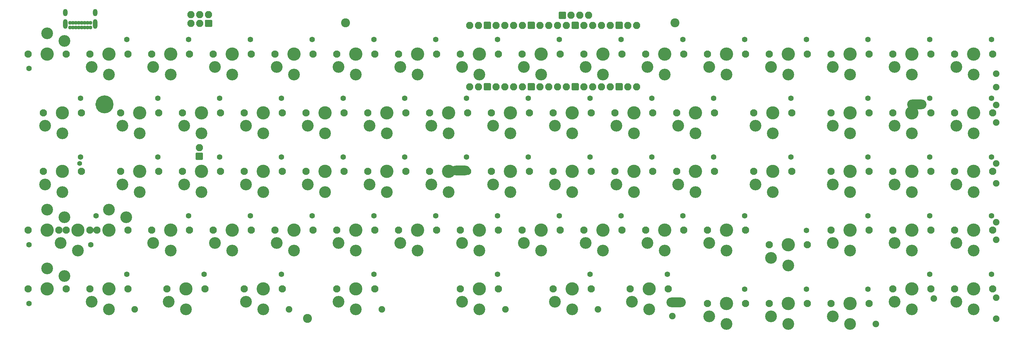
<source format=gts>
G04 #@! TF.GenerationSoftware,KiCad,Pcbnew,(5.1.10-1-10_14)*
G04 #@! TF.CreationDate,2021-12-13T21:26:31+09:00*
G04 #@! TF.ProjectId,nora,6e6f7261-2e6b-4696-9361-645f70636258,DN:0020*
G04 #@! TF.SameCoordinates,Original*
G04 #@! TF.FileFunction,Soldermask,Top*
G04 #@! TF.FilePolarity,Negative*
%FSLAX46Y46*%
G04 Gerber Fmt 4.6, Leading zero omitted, Abs format (unit mm)*
G04 Created by KiCad (PCBNEW (5.1.10-1-10_14)) date 2021-12-13 21:26:31*
%MOMM*%
%LPD*%
G01*
G04 APERTURE LIST*
%ADD10O,2.100000X2.100000*%
%ADD11C,3.400000*%
%ADD12C,2.100000*%
%ADD13C,3.800000*%
%ADD14C,1.600000*%
%ADD15C,3.829000*%
%ADD16O,1.300000X2.100000*%
%ADD17O,1.300000X2.800000*%
%ADD18C,1.100000*%
%ADD19C,1.400000*%
%ADD20O,5.600000X2.800000*%
%ADD21C,5.200000*%
%ADD22C,1.900000*%
%ADD23C,2.600000*%
G04 APERTURE END LIST*
D10*
X75200000Y-62960000D03*
G36*
G01*
X74150000Y-66350000D02*
X74150000Y-64650000D01*
G75*
G02*
X74350000Y-64450000I200000J0D01*
G01*
X76050000Y-64450000D01*
G75*
G02*
X76250000Y-64650000I0J-200000D01*
G01*
X76250000Y-66350000D01*
G75*
G02*
X76050000Y-66550000I-200000J0D01*
G01*
X74350000Y-66550000D01*
G75*
G02*
X74150000Y-66350000I0J200000D01*
G01*
G37*
X187769984Y-24675520D03*
X185229984Y-24675520D03*
X182689984Y-24675520D03*
G36*
G01*
X179299984Y-23625520D02*
X180999984Y-23625520D01*
G75*
G02*
X181199984Y-23825520I0J-200000D01*
G01*
X181199984Y-25525520D01*
G75*
G02*
X180999984Y-25725520I-200000J0D01*
G01*
X179299984Y-25725520D01*
G75*
G02*
X179099984Y-25525520I0J200000D01*
G01*
X179099984Y-23825520D01*
G75*
G02*
X179299984Y-23625520I200000J0D01*
G01*
G37*
D11*
X115476552Y-107625520D03*
X120476552Y-109825520D03*
D12*
X125976552Y-103875520D03*
X114976552Y-103875520D03*
D13*
X120476552Y-103875520D03*
D14*
X125696552Y-99675520D03*
D11*
X151195304Y-107625520D03*
X156195304Y-109825520D03*
D12*
X161695304Y-103875520D03*
X150695304Y-103875520D03*
D13*
X156195304Y-103875520D03*
D14*
X161415304Y-99675520D03*
D11*
X35109360Y-90625520D03*
X40109360Y-92825520D03*
D12*
X45609360Y-86875520D03*
X34609360Y-86875520D03*
D13*
X40109360Y-86875520D03*
D14*
X45329360Y-82675520D03*
D11*
X30644516Y-56625520D03*
X35644516Y-58825520D03*
D12*
X41144516Y-52875520D03*
X30144516Y-52875520D03*
D13*
X35644516Y-52875520D03*
D14*
X40864516Y-48675520D03*
D11*
X30644516Y-73625520D03*
X35644516Y-75825520D03*
D12*
X41144516Y-69875520D03*
X30144516Y-69875520D03*
D13*
X35644516Y-69875520D03*
D14*
X40864516Y-65675520D03*
D11*
X66363268Y-107625520D03*
X71363268Y-109825520D03*
D12*
X76863268Y-103875520D03*
X65863268Y-103875520D03*
D13*
X71363268Y-103875520D03*
D14*
X76583268Y-99675520D03*
D11*
X200308588Y-107625520D03*
X205308588Y-109825520D03*
D12*
X210808588Y-103875520D03*
X199808588Y-103875520D03*
D13*
X205308588Y-103875520D03*
D14*
X210528588Y-99675520D03*
D11*
X236027340Y-56625520D03*
X241027340Y-58825520D03*
D12*
X246527340Y-52875520D03*
X235527340Y-52875520D03*
D13*
X241027340Y-52875520D03*
D14*
X246247340Y-48675520D03*
D11*
X236027340Y-73625520D03*
X241027340Y-75825520D03*
D12*
X246527340Y-69875520D03*
X235527340Y-69875520D03*
D13*
X241027340Y-69875520D03*
D14*
X246247340Y-65675520D03*
D11*
X31179672Y-29925520D03*
D15*
X31179672Y-35875520D03*
D11*
X36179672Y-32125520D03*
D12*
X25679672Y-35875520D03*
X36679672Y-35875520D03*
D13*
X31179672Y-35875520D03*
D14*
X25959672Y-40075520D03*
D11*
X31179672Y-80925520D03*
D15*
X31179672Y-86875520D03*
D11*
X36179672Y-83125520D03*
D12*
X25679672Y-86875520D03*
X36679672Y-86875520D03*
D13*
X31179672Y-86875520D03*
D14*
X25959672Y-91075520D03*
D11*
X31179672Y-97925520D03*
D15*
X31179672Y-103875520D03*
D11*
X36179672Y-100125520D03*
D12*
X25679672Y-103875520D03*
X36679672Y-103875520D03*
D13*
X31179672Y-103875520D03*
D14*
X25959672Y-108075520D03*
D11*
X49039048Y-41825520D03*
D15*
X49039048Y-35875520D03*
D11*
X44039048Y-39625520D03*
D12*
X54539048Y-35875520D03*
X43539048Y-35875520D03*
D13*
X49039048Y-35875520D03*
D14*
X54259048Y-31675520D03*
D11*
X49039048Y-80925520D03*
D15*
X49039048Y-86875520D03*
D11*
X54039048Y-83125520D03*
D12*
X43539048Y-86875520D03*
X54539048Y-86875520D03*
D13*
X49039048Y-86875520D03*
D14*
X43819048Y-91075520D03*
D11*
X49039048Y-109825520D03*
D15*
X49039048Y-103875520D03*
D11*
X44039048Y-107625520D03*
D12*
X54539048Y-103875520D03*
X43539048Y-103875520D03*
D13*
X49039048Y-103875520D03*
D14*
X54259048Y-99675520D03*
D11*
X66898424Y-41825520D03*
D15*
X66898424Y-35875520D03*
D11*
X61898424Y-39625520D03*
D12*
X72398424Y-35875520D03*
X61398424Y-35875520D03*
D13*
X66898424Y-35875520D03*
D14*
X72118424Y-31675520D03*
D11*
X57968736Y-58825520D03*
D15*
X57968736Y-52875520D03*
D11*
X52968736Y-56625520D03*
D12*
X63468736Y-52875520D03*
X52468736Y-52875520D03*
D13*
X57968736Y-52875520D03*
D14*
X63188736Y-48675520D03*
D11*
X57968736Y-75825520D03*
D15*
X57968736Y-69875520D03*
D11*
X52968736Y-73625520D03*
D12*
X63468736Y-69875520D03*
X52468736Y-69875520D03*
D13*
X57968736Y-69875520D03*
D14*
X63188736Y-65675520D03*
D11*
X66898424Y-92825520D03*
D15*
X66898424Y-86875520D03*
D11*
X61898424Y-90625520D03*
D12*
X72398424Y-86875520D03*
X61398424Y-86875520D03*
D13*
X66898424Y-86875520D03*
D14*
X72118424Y-82675520D03*
D11*
X84757800Y-41825520D03*
D15*
X84757800Y-35875520D03*
D11*
X79757800Y-39625520D03*
D12*
X90257800Y-35875520D03*
X79257800Y-35875520D03*
D13*
X84757800Y-35875520D03*
D14*
X89977800Y-31675520D03*
D11*
X75828112Y-58825520D03*
D15*
X75828112Y-52875520D03*
D11*
X70828112Y-56625520D03*
D12*
X81328112Y-52875520D03*
X70328112Y-52875520D03*
D13*
X75828112Y-52875520D03*
D14*
X81048112Y-48675520D03*
D11*
X75828112Y-75825520D03*
D15*
X75828112Y-69875520D03*
D11*
X70828112Y-73625520D03*
D12*
X81328112Y-69875520D03*
X70328112Y-69875520D03*
D13*
X75828112Y-69875520D03*
D14*
X81048112Y-65675520D03*
D11*
X84757800Y-92825520D03*
D15*
X84757800Y-86875520D03*
D11*
X79757800Y-90625520D03*
D12*
X90257800Y-86875520D03*
X79257800Y-86875520D03*
D13*
X84757800Y-86875520D03*
D14*
X89977800Y-82675520D03*
D11*
X93687488Y-109825520D03*
D15*
X93687488Y-103875520D03*
D11*
X88687488Y-107625520D03*
D12*
X99187488Y-103875520D03*
X88187488Y-103875520D03*
D13*
X93687488Y-103875520D03*
D14*
X98907488Y-99675520D03*
D11*
X102617176Y-41825520D03*
D15*
X102617176Y-35875520D03*
D11*
X97617176Y-39625520D03*
D12*
X108117176Y-35875520D03*
X97117176Y-35875520D03*
D13*
X102617176Y-35875520D03*
D14*
X107837176Y-31675520D03*
D11*
X93687488Y-58825520D03*
D15*
X93687488Y-52875520D03*
D11*
X88687488Y-56625520D03*
D12*
X99187488Y-52875520D03*
X88187488Y-52875520D03*
D13*
X93687488Y-52875520D03*
D14*
X98907488Y-48675520D03*
D11*
X93687488Y-75825520D03*
D15*
X93687488Y-69875520D03*
D11*
X88687488Y-73625520D03*
D12*
X99187488Y-69875520D03*
X88187488Y-69875520D03*
D13*
X93687488Y-69875520D03*
D14*
X98907488Y-65675520D03*
D11*
X102617176Y-92825520D03*
D15*
X102617176Y-86875520D03*
D11*
X97617176Y-90625520D03*
D12*
X108117176Y-86875520D03*
X97117176Y-86875520D03*
D13*
X102617176Y-86875520D03*
D14*
X107837176Y-82675520D03*
D11*
X120476552Y-41825520D03*
D15*
X120476552Y-35875520D03*
D11*
X115476552Y-39625520D03*
D12*
X125976552Y-35875520D03*
X114976552Y-35875520D03*
D13*
X120476552Y-35875520D03*
D14*
X125696552Y-31675520D03*
D11*
X111546864Y-58825520D03*
D15*
X111546864Y-52875520D03*
D11*
X106546864Y-56625520D03*
D12*
X117046864Y-52875520D03*
X106046864Y-52875520D03*
D13*
X111546864Y-52875520D03*
D14*
X116766864Y-48675520D03*
D11*
X111546864Y-75825520D03*
D15*
X111546864Y-69875520D03*
D11*
X106546864Y-73625520D03*
D12*
X117046864Y-69875520D03*
X106046864Y-69875520D03*
D13*
X111546864Y-69875520D03*
D14*
X116766864Y-65675520D03*
D11*
X120476552Y-92825520D03*
D15*
X120476552Y-86875520D03*
D11*
X115476552Y-90625520D03*
D12*
X125976552Y-86875520D03*
X114976552Y-86875520D03*
D13*
X120476552Y-86875520D03*
D14*
X125696552Y-82675520D03*
D11*
X138335928Y-41825520D03*
D15*
X138335928Y-35875520D03*
D11*
X133335928Y-39625520D03*
D12*
X143835928Y-35875520D03*
X132835928Y-35875520D03*
D13*
X138335928Y-35875520D03*
D14*
X143555928Y-31675520D03*
D11*
X129406240Y-58825520D03*
D15*
X129406240Y-52875520D03*
D11*
X124406240Y-56625520D03*
D12*
X134906240Y-52875520D03*
X123906240Y-52875520D03*
D13*
X129406240Y-52875520D03*
D14*
X134626240Y-48675520D03*
D11*
X129406240Y-75825520D03*
D15*
X129406240Y-69875520D03*
D11*
X124406240Y-73625520D03*
D12*
X134906240Y-69875520D03*
X123906240Y-69875520D03*
D13*
X129406240Y-69875520D03*
D14*
X134626240Y-65675520D03*
D11*
X138335928Y-92825520D03*
D15*
X138335928Y-86875520D03*
D11*
X133335928Y-90625520D03*
D12*
X143835928Y-86875520D03*
X132835928Y-86875520D03*
D13*
X138335928Y-86875520D03*
D14*
X143555928Y-82675520D03*
D11*
X156195304Y-41825520D03*
D15*
X156195304Y-35875520D03*
D11*
X151195304Y-39625520D03*
D12*
X161695304Y-35875520D03*
X150695304Y-35875520D03*
D13*
X156195304Y-35875520D03*
D14*
X161415304Y-31675520D03*
D11*
X147265616Y-58825520D03*
D15*
X147265616Y-52875520D03*
D11*
X142265616Y-56625520D03*
D12*
X152765616Y-52875520D03*
X141765616Y-52875520D03*
D13*
X147265616Y-52875520D03*
D14*
X152485616Y-48675520D03*
D11*
X147265616Y-75825520D03*
D15*
X147265616Y-69875520D03*
D11*
X142265616Y-73625520D03*
D12*
X152765616Y-69875520D03*
X141765616Y-69875520D03*
D13*
X147265616Y-69875520D03*
D14*
X152485616Y-65675520D03*
D11*
X156195320Y-92825520D03*
D15*
X156195320Y-86875520D03*
D11*
X151195320Y-90625520D03*
D12*
X161695320Y-86875520D03*
X150695320Y-86875520D03*
D13*
X156195320Y-86875520D03*
D14*
X161415320Y-82675520D03*
D11*
X174054680Y-41825520D03*
D15*
X174054680Y-35875520D03*
D11*
X169054680Y-39625520D03*
D12*
X179554680Y-35875520D03*
X168554680Y-35875520D03*
D13*
X174054680Y-35875520D03*
D14*
X179274680Y-31675520D03*
D11*
X165124992Y-58825520D03*
D15*
X165124992Y-52875520D03*
D11*
X160124992Y-56625520D03*
D12*
X170624992Y-52875520D03*
X159624992Y-52875520D03*
D13*
X165124992Y-52875520D03*
D14*
X170344992Y-48675520D03*
D11*
X165124992Y-75825520D03*
D15*
X165124992Y-69875520D03*
D11*
X160124992Y-73625520D03*
D12*
X170624992Y-69875520D03*
X159624992Y-69875520D03*
D13*
X165124992Y-69875520D03*
D14*
X170344992Y-65675520D03*
D11*
X174054680Y-92825520D03*
D15*
X174054680Y-86875520D03*
D11*
X169054680Y-90625520D03*
D12*
X179554680Y-86875520D03*
X168554680Y-86875520D03*
D13*
X174054680Y-86875520D03*
D14*
X179274680Y-82675520D03*
D11*
X191914056Y-41825520D03*
D15*
X191914056Y-35875520D03*
D11*
X186914056Y-39625520D03*
D12*
X197414056Y-35875520D03*
X186414056Y-35875520D03*
D13*
X191914056Y-35875520D03*
D14*
X197134056Y-31675520D03*
D11*
X182984368Y-58825520D03*
D15*
X182984368Y-52875520D03*
D11*
X177984368Y-56625520D03*
D12*
X188484368Y-52875520D03*
X177484368Y-52875520D03*
D13*
X182984368Y-52875520D03*
D14*
X188204368Y-48675520D03*
D11*
X182984368Y-75825520D03*
D15*
X182984368Y-69875520D03*
D11*
X177984368Y-73625520D03*
D12*
X188484368Y-69875520D03*
X177484368Y-69875520D03*
D13*
X182984368Y-69875520D03*
D14*
X188204368Y-65675520D03*
D11*
X191914056Y-92825520D03*
D15*
X191914056Y-86875520D03*
D11*
X186914056Y-90625520D03*
D12*
X197414056Y-86875520D03*
X186414056Y-86875520D03*
D13*
X191914056Y-86875520D03*
D14*
X197134056Y-82675520D03*
D11*
X182984368Y-109825520D03*
D15*
X182984368Y-103875520D03*
D11*
X177984368Y-107625520D03*
D12*
X188484368Y-103875520D03*
X177484368Y-103875520D03*
D13*
X182984368Y-103875520D03*
D14*
X188204368Y-99675520D03*
D11*
X209773432Y-41825520D03*
D15*
X209773432Y-35875520D03*
D11*
X204773432Y-39625520D03*
D12*
X215273432Y-35875520D03*
X204273432Y-35875520D03*
D13*
X209773432Y-35875520D03*
D14*
X214993432Y-31675520D03*
D11*
X200843744Y-58825520D03*
D15*
X200843744Y-52875520D03*
D11*
X195843744Y-56625520D03*
D12*
X206343744Y-52875520D03*
X195343744Y-52875520D03*
D13*
X200843744Y-52875520D03*
D14*
X206063744Y-48675520D03*
D11*
X200843744Y-75825520D03*
D15*
X200843744Y-69875520D03*
D11*
X195843744Y-73625520D03*
D12*
X206343744Y-69875520D03*
X195343744Y-69875520D03*
D13*
X200843744Y-69875520D03*
D14*
X206063744Y-65675520D03*
D11*
X209773432Y-92825520D03*
D15*
X209773432Y-86875520D03*
D11*
X204773432Y-90625520D03*
D12*
X215273432Y-86875520D03*
X204273432Y-86875520D03*
D13*
X209773432Y-86875520D03*
D14*
X214993432Y-82675520D03*
D11*
X227632808Y-41825520D03*
D15*
X227632808Y-35875520D03*
D11*
X222632808Y-39625520D03*
D12*
X233132808Y-35875520D03*
X222132808Y-35875520D03*
D13*
X227632808Y-35875520D03*
D14*
X232852808Y-31675520D03*
D11*
X218703120Y-58825520D03*
D15*
X218703120Y-52875520D03*
D11*
X213703120Y-56625520D03*
D12*
X224203120Y-52875520D03*
X213203120Y-52875520D03*
D13*
X218703120Y-52875520D03*
D14*
X223923120Y-48675520D03*
D11*
X218703120Y-75825520D03*
D15*
X218703120Y-69875520D03*
D11*
X213703120Y-73625520D03*
D12*
X224203120Y-69875520D03*
X213203120Y-69875520D03*
D13*
X218703120Y-69875520D03*
D14*
X223923120Y-65675520D03*
D11*
X227632808Y-92825520D03*
D15*
X227632808Y-86875520D03*
D11*
X222632808Y-90625520D03*
D12*
X233132808Y-86875520D03*
X222132808Y-86875520D03*
D13*
X227632808Y-86875520D03*
D14*
X232852808Y-82675520D03*
D11*
X227632808Y-114075520D03*
D15*
X227632808Y-108125520D03*
D11*
X222632808Y-111875520D03*
D12*
X233132808Y-108125520D03*
X222132808Y-108125520D03*
D13*
X227632808Y-108125520D03*
D14*
X232852808Y-103925520D03*
D11*
X245492187Y-41825520D03*
D15*
X245492187Y-35875520D03*
D11*
X240492187Y-39625520D03*
D12*
X250992187Y-35875520D03*
X239992187Y-35875520D03*
D13*
X245492187Y-35875520D03*
D14*
X250712187Y-31675520D03*
D11*
X245492184Y-97075520D03*
D15*
X245492184Y-91125520D03*
D11*
X240492184Y-94875520D03*
D12*
X250992184Y-91125520D03*
X239992184Y-91125520D03*
D13*
X245492184Y-91125520D03*
D14*
X250712184Y-86925520D03*
D11*
X245492184Y-114075520D03*
D15*
X245492184Y-108125520D03*
D11*
X240492184Y-111875520D03*
D12*
X250992184Y-108125520D03*
X239992184Y-108125520D03*
D13*
X245492184Y-108125520D03*
D14*
X250712184Y-103925520D03*
D11*
X263351560Y-41825520D03*
D15*
X263351560Y-35875520D03*
D11*
X258351560Y-39625520D03*
D12*
X268851560Y-35875520D03*
X257851560Y-35875520D03*
D13*
X263351560Y-35875520D03*
D14*
X268571560Y-31675520D03*
D11*
X263351560Y-58825520D03*
D15*
X263351560Y-52875520D03*
D11*
X258351560Y-56625520D03*
D12*
X268851560Y-52875520D03*
X257851560Y-52875520D03*
D13*
X263351560Y-52875520D03*
D14*
X268571560Y-48675520D03*
D11*
X263351560Y-75825520D03*
D15*
X263351560Y-69875520D03*
D11*
X258351560Y-73625520D03*
D12*
X268851560Y-69875520D03*
X257851560Y-69875520D03*
D13*
X263351560Y-69875520D03*
D14*
X268571560Y-65675520D03*
D11*
X263351560Y-92825520D03*
D15*
X263351560Y-86875520D03*
D11*
X258351560Y-90625520D03*
D12*
X268851560Y-86875520D03*
X257851560Y-86875520D03*
D13*
X263351560Y-86875520D03*
D14*
X268571560Y-82675520D03*
D11*
X263351560Y-114075520D03*
D15*
X263351560Y-108125520D03*
D11*
X258351560Y-111875520D03*
D12*
X268851560Y-108125520D03*
X257851560Y-108125520D03*
D13*
X263351560Y-108125520D03*
D14*
X268571560Y-103925520D03*
D11*
X281210937Y-41825520D03*
D15*
X281210937Y-35875520D03*
D11*
X276210937Y-39625520D03*
D12*
X286710937Y-35875520D03*
X275710937Y-35875520D03*
D13*
X281210937Y-35875520D03*
D14*
X286430937Y-31675520D03*
D11*
X281210936Y-58825520D03*
D15*
X281210936Y-52875520D03*
D11*
X276210936Y-56625520D03*
D12*
X286710936Y-52875520D03*
X275710936Y-52875520D03*
D13*
X281210936Y-52875520D03*
D14*
X286430936Y-48675520D03*
D11*
X281210936Y-75825520D03*
D15*
X281210936Y-69875520D03*
D11*
X276210936Y-73625520D03*
D12*
X286710936Y-69875520D03*
X275710936Y-69875520D03*
D13*
X281210936Y-69875520D03*
D14*
X286430936Y-65675520D03*
D11*
X281210936Y-92825520D03*
D15*
X281210936Y-86875520D03*
D11*
X276210936Y-90625520D03*
D12*
X286710936Y-86875520D03*
X275710936Y-86875520D03*
D13*
X281210936Y-86875520D03*
D14*
X286430936Y-82675520D03*
D11*
X281210936Y-109825520D03*
D15*
X281210936Y-103875520D03*
D11*
X276210936Y-107625520D03*
D12*
X286710936Y-103875520D03*
X275710936Y-103875520D03*
D13*
X281210936Y-103875520D03*
D14*
X286430936Y-99675520D03*
D11*
X299070312Y-41825520D03*
D15*
X299070312Y-35875520D03*
D11*
X294070312Y-39625520D03*
D12*
X304570312Y-35875520D03*
X293570312Y-35875520D03*
D13*
X299070312Y-35875520D03*
D14*
X304290312Y-31675520D03*
D11*
X299070312Y-58825520D03*
D15*
X299070312Y-52875520D03*
D11*
X294070312Y-56625520D03*
D12*
X304570312Y-52875520D03*
X293570312Y-52875520D03*
D13*
X299070312Y-52875520D03*
D14*
X304290312Y-48675520D03*
D11*
X299070312Y-75825520D03*
D15*
X299070312Y-69875520D03*
D11*
X294070312Y-73625520D03*
D12*
X304570312Y-69875520D03*
X293570312Y-69875520D03*
D13*
X299070312Y-69875520D03*
D14*
X304290312Y-65675520D03*
D11*
X299070312Y-92825520D03*
D15*
X299070312Y-86875520D03*
D11*
X294070312Y-90625520D03*
D12*
X304570312Y-86875520D03*
X293570312Y-86875520D03*
D13*
X299070312Y-86875520D03*
D14*
X304290312Y-82675520D03*
D11*
X299070312Y-109825520D03*
D15*
X299070312Y-103875520D03*
D11*
X294070312Y-107625520D03*
D12*
X304570312Y-103875520D03*
X293570312Y-103875520D03*
D13*
X299070312Y-103875520D03*
D14*
X304290312Y-99675520D03*
D16*
X45100000Y-23830000D03*
X36450000Y-23830000D03*
D17*
X45100000Y-27210000D03*
X36450000Y-27210000D03*
D18*
X41200000Y-26840000D03*
X43750000Y-26840000D03*
X42900000Y-26840000D03*
X42050000Y-26840000D03*
X37800000Y-26840000D03*
X39500000Y-26840000D03*
X40350000Y-26840000D03*
X38650000Y-26840000D03*
X43750000Y-28190000D03*
X42900000Y-28190000D03*
X42050000Y-28190000D03*
X41200000Y-28190000D03*
X40350000Y-28190000D03*
X39500000Y-28190000D03*
X38650000Y-28190000D03*
X37800000Y-28190000D03*
D10*
X153419984Y-45365520D03*
X155959984Y-45365520D03*
G36*
G01*
X157649984Y-44315520D02*
X159349984Y-44315520D01*
G75*
G02*
X159549984Y-44515520I0J-200000D01*
G01*
X159549984Y-46215520D01*
G75*
G02*
X159349984Y-46415520I-200000J0D01*
G01*
X157649984Y-46415520D01*
G75*
G02*
X157449984Y-46215520I0J200000D01*
G01*
X157449984Y-44515520D01*
G75*
G02*
X157649984Y-44315520I200000J0D01*
G01*
G37*
X161039984Y-45365520D03*
X163579984Y-45365520D03*
X166119984Y-45365520D03*
X168659984Y-45365520D03*
G36*
G01*
X170349984Y-44315520D02*
X172049984Y-44315520D01*
G75*
G02*
X172249984Y-44515520I0J-200000D01*
G01*
X172249984Y-46215520D01*
G75*
G02*
X172049984Y-46415520I-200000J0D01*
G01*
X170349984Y-46415520D01*
G75*
G02*
X170149984Y-46215520I0J200000D01*
G01*
X170149984Y-44515520D01*
G75*
G02*
X170349984Y-44315520I200000J0D01*
G01*
G37*
X173739984Y-45365520D03*
X176279984Y-45365520D03*
X178819984Y-45365520D03*
X181359984Y-45365520D03*
G36*
G01*
X183049984Y-44315520D02*
X184749984Y-44315520D01*
G75*
G02*
X184949984Y-44515520I0J-200000D01*
G01*
X184949984Y-46215520D01*
G75*
G02*
X184749984Y-46415520I-200000J0D01*
G01*
X183049984Y-46415520D01*
G75*
G02*
X182849984Y-46215520I0J200000D01*
G01*
X182849984Y-44515520D01*
G75*
G02*
X183049984Y-44315520I200000J0D01*
G01*
G37*
X186439984Y-45365520D03*
X188979984Y-45365520D03*
X191519984Y-45365520D03*
X194059984Y-45365520D03*
G36*
G01*
X195749984Y-44315520D02*
X197449984Y-44315520D01*
G75*
G02*
X197649984Y-44515520I0J-200000D01*
G01*
X197649984Y-46215520D01*
G75*
G02*
X197449984Y-46415520I-200000J0D01*
G01*
X195749984Y-46415520D01*
G75*
G02*
X195549984Y-46215520I0J200000D01*
G01*
X195549984Y-44515520D01*
G75*
G02*
X195749984Y-44315520I200000J0D01*
G01*
G37*
X199139984Y-45365520D03*
X201679984Y-45365520D03*
X201679984Y-27585520D03*
X199139984Y-27585520D03*
G36*
G01*
X195749984Y-26535520D02*
X197449984Y-26535520D01*
G75*
G02*
X197649984Y-26735520I0J-200000D01*
G01*
X197649984Y-28435520D01*
G75*
G02*
X197449984Y-28635520I-200000J0D01*
G01*
X195749984Y-28635520D01*
G75*
G02*
X195549984Y-28435520I0J200000D01*
G01*
X195549984Y-26735520D01*
G75*
G02*
X195749984Y-26535520I200000J0D01*
G01*
G37*
X194059984Y-27585520D03*
X191519984Y-27585520D03*
X188979984Y-27585520D03*
X186439984Y-27585520D03*
G36*
G01*
X183049984Y-26535520D02*
X184749984Y-26535520D01*
G75*
G02*
X184949984Y-26735520I0J-200000D01*
G01*
X184949984Y-28435520D01*
G75*
G02*
X184749984Y-28635520I-200000J0D01*
G01*
X183049984Y-28635520D01*
G75*
G02*
X182849984Y-28435520I0J200000D01*
G01*
X182849984Y-26735520D01*
G75*
G02*
X183049984Y-26535520I200000J0D01*
G01*
G37*
X181359984Y-27585520D03*
X178819984Y-27585520D03*
X176279984Y-27585520D03*
X173739984Y-27585520D03*
G36*
G01*
X170349984Y-26535520D02*
X172049984Y-26535520D01*
G75*
G02*
X172249984Y-26735520I0J-200000D01*
G01*
X172249984Y-28435520D01*
G75*
G02*
X172049984Y-28635520I-200000J0D01*
G01*
X170349984Y-28635520D01*
G75*
G02*
X170149984Y-28435520I0J200000D01*
G01*
X170149984Y-26735520D01*
G75*
G02*
X170349984Y-26535520I200000J0D01*
G01*
G37*
X168659984Y-27585520D03*
X166119984Y-27585520D03*
X163579984Y-27585520D03*
X161039984Y-27585520D03*
G36*
G01*
X157649984Y-26535520D02*
X159349984Y-26535520D01*
G75*
G02*
X159549984Y-26735520I0J-200000D01*
G01*
X159549984Y-28435520D01*
G75*
G02*
X159349984Y-28635520I-200000J0D01*
G01*
X157649984Y-28635520D01*
G75*
G02*
X157449984Y-28435520I0J200000D01*
G01*
X157449984Y-26735520D01*
G75*
G02*
X157649984Y-26535520I200000J0D01*
G01*
G37*
X155959984Y-27585520D03*
X153419984Y-27585520D03*
D19*
X40600000Y-67600000D03*
D20*
X150800000Y-69550000D03*
X213100000Y-107750000D03*
X282650000Y-50450000D03*
D19*
X49050000Y-51800000D03*
X46450000Y-51750000D03*
X49050000Y-49100000D03*
X46450000Y-49100000D03*
X47800000Y-52350000D03*
X49700000Y-50450000D03*
X45900000Y-50450000D03*
X47800000Y-48550000D03*
D21*
X47800000Y-50450000D03*
D10*
X72820000Y-24460000D03*
X72820000Y-27000000D03*
X75360000Y-24460000D03*
X75360000Y-27000000D03*
X77900000Y-24460000D03*
G36*
G01*
X78750000Y-28050000D02*
X77050000Y-28050000D01*
G75*
G02*
X76850000Y-27850000I0J200000D01*
G01*
X76850000Y-26150000D01*
G75*
G02*
X77050000Y-25950000I200000J0D01*
G01*
X78750000Y-25950000D01*
G75*
G02*
X78950000Y-26150000I0J-200000D01*
G01*
X78950000Y-27850000D01*
G75*
G02*
X78750000Y-28050000I-200000J0D01*
G01*
G37*
D22*
X127950000Y-109825520D03*
X211965000Y-111775520D03*
X270850000Y-114070000D03*
X101149984Y-109825520D03*
X190499984Y-109825520D03*
X163699984Y-109825520D03*
X287565000Y-106675520D03*
X56549984Y-109825520D03*
D23*
X117500000Y-26800000D03*
X212750000Y-26800000D03*
X106450000Y-112400000D03*
D22*
X305649984Y-41575520D03*
X305649984Y-50600000D03*
X305649984Y-67575520D03*
X305600000Y-84600000D03*
X305600000Y-106400000D03*
X305649984Y-45500000D03*
X305649984Y-55700000D03*
X305650000Y-73275520D03*
X305600000Y-89700000D03*
X305600000Y-112500000D03*
M02*

</source>
